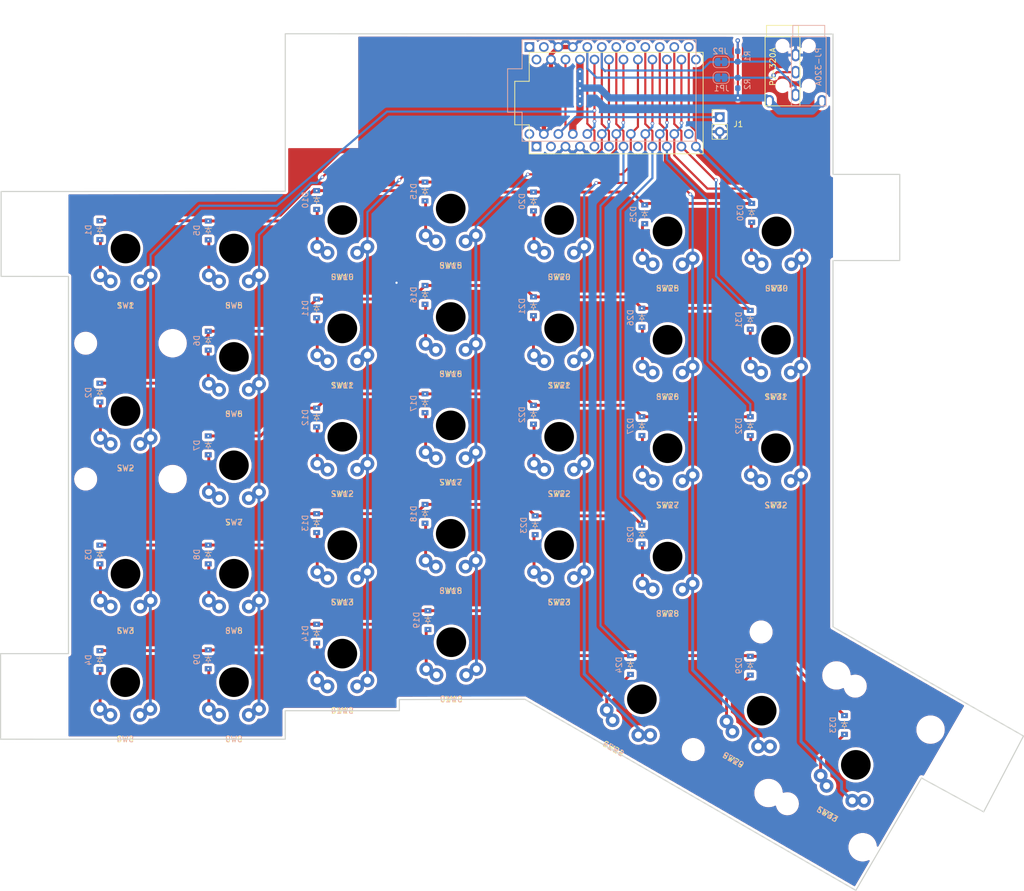
<source format=kicad_pcb>
(kicad_pcb (version 20211014) (generator pcbnew)
  (layers (0 "F.Cu" signal) (31 "B.Cu" signal) (34 "B.Paste" user) (35 "F.Paste" user) (36 "B.SilkS" user "B.Silkscreen") (37 "F.SilkS" user "F.Silkscreen") (38 "B.Mask" user) (39 "F.Mask" user) (44 "Edge.Cuts" user))
  (net 0 "")
  (net 1 "/row4")
  (net 2 "Net-(D1-Pad2)")
  (net 3 "/row3")
  (net 4 "Net-(D2-Pad2)")
  (net 5 "/row1")
  (net 6 "Net-(D3-Pad2)")
  (net 7 "/row0")
  (net 8 "Net-(D4-Pad2)")
  (net 9 "Net-(D5-Pad2)")
  (net 10 "Net-(D6-Pad2)")
  (net 11 "/row2")
  (net 12 "Net-(D7-Pad2)")
  (net 13 "Net-(D8-Pad2)")
  (net 14 "Net-(D9-Pad2)")
  (net 15 "Net-(D10-Pad2)")
  (net 16 "Net-(D11-Pad2)")
  (net 17 "Net-(D12-Pad2)")
  (net 18 "Net-(D13-Pad2)")
  (net 19 "Net-(D14-Pad2)")
  (net 20 "Net-(D15-Pad2)")
  (net 21 "Net-(D16-Pad2)")
  (net 22 "Net-(D17-Pad2)")
  (net 23 "Net-(D18-Pad2)")
  (net 24 "Net-(D19-Pad2)")
  (net 25 "Net-(D20-Pad2)")
  (net 26 "Net-(D21-Pad2)")
  (net 27 "Net-(D22-Pad2)")
  (net 28 "Net-(D23-Pad2)")
  (net 29 "Net-(D24-Pad2)")
  (net 30 "Net-(D25-Pad2)")
  (net 31 "Net-(D26-Pad2)")
  (net 32 "Net-(D27-Pad2)")
  (net 33 "Net-(D28-Pad2)")
  (net 34 "Net-(D29-Pad2)")
  (net 35 "Net-(D30-Pad2)")
  (net 36 "Net-(D31-Pad2)")
  (net 37 "Net-(D32-Pad2)")
  (net 38 "Net-(D33-Pad2)")
  (net 39 "/rst")
  (net 40 "GND")
  (net 41 "/scl{slash}serial")
  (net 42 "Net-(J2-PadR1)")
  (net 43 "/sda")
  (net 44 "Net-(J2-PadR2)")
  (net 45 "VCC")
  (net 46 "/col0")
  (net 47 "/col1")
  (net 48 "/col2")
  (net 49 "/col3")
  (net 50 "/col4")
  (net 51 "/col5")
  (net 52 "/col6")
  (footprint "local-lib:TRRS-PJ-320A-dual" (layer "F.Cu") (at 159.45 17.8875)
    (fp_text reference "J2")
    (fp_text value "AudioJack4")
  )
  (footprint "local-lib:gateron_ks27_reversible" (layer "F.Cu") (at 61 93)
    (fp_text reference "SW7")
    (fp_text value "SW_Push")
  )
  (footprint "local-lib:gateron_ks27_reversible" (layer "F.Cu") (at 42 55)
    (fp_text reference "SW1")
    (fp_text value "SW_Push")
  )
  (footprint "local-lib:gateron_ks27_reversible" (layer "F.Cu") (at 42 112)
    (fp_text reference "SW3")
    (fp_text value "SW_Push")
  )
  (footprint "local-lib:gateron_ks27_reversible" (layer "F.Cu") (at 118 69)
    (fp_text reference "SW21")
    (fp_text value "SW_Push")
  )
  (footprint "local-lib:gateron_ks27_reversible" (layer "F.Cu") (at 99 48)
    (fp_text reference "SW15")
    (fp_text value "SW_Push")
  )
  (footprint "local-lib:gateron_ks27_reversible" (layer "F.Cu") (at 80 69)
    (fp_text reference "SW11")
    (fp_text value "SW_Push")
  )
  (footprint "local-lib:gateron_ks27_reversible" (layer "F.Cu") (at 156 90)
    (fp_text reference "SW32")
    (fp_text value "SW_Push")
  )
  (footprint "local-lib:gateron_ks27_reversible_stabilizer" (layer "F.Cu") (at 153.5 136 -30)
    (fp_text reference "SW29")
    (fp_text value "SW_Push")
  )
  (footprint "local-lib:gateron_ks27_reversible" (layer "F.Cu") (at 137 52)
    (fp_text reference "SW25")
    (fp_text value "SW_Push")
  )
  (footprint "local-lib:gateron_ks27_reversible" (layer "F.Cu") (at 80 126)
    (fp_text reference "SW14")
    (fp_text value "SW_Push")
  )
  (footprint "local-lib:gateron_ks27_reversible" (layer "F.Cu") (at 132.5 134 -30)
    (fp_text reference "SW24")
    (fp_text value "SW_Push")
  )
  (footprint "MountingHole:MountingHole_4mm" (layer "F.Cu") (at 75.15 32.4)
    (fp_text reference "H6")
    (fp_text value "MountingHole")
  )
  (footprint "local-lib:gateron_ks27_reversible" (layer "F.Cu") (at 61 112)
    (fp_text reference "SW8")
    (fp_text value "SW_Push")
  )
  (footprint "local-lib:gateron_ks27_reversible_stabilizer" (layer "F.Cu") (at 170 145.5 -30)
    (fp_text reference "SW33")
    (fp_text value "SW_Push")
  )
  (footprint "local-lib:gateron_ks27_reversible" (layer "F.Cu") (at 99 67)
    (fp_text reference "SW16")
    (fp_text value "SW_Push")
  )
  (footprint "local-lib:gateron_ks27_reversible" (layer "F.Cu") (at 156 71)
    (fp_text reference "SW31")
    (fp_text value "SW_Push")
  )
  (footprint "local-lib:gateron_ks27_reversible" (layer "F.Cu") (at 61 131)
    (fp_text reference "SW9")
    (fp_text value "SW_Push")
  )
  (footprint "MountingHole:MountingHole_5.3mm_M5" (layer "F.Cu") (at 26.1 133.4)
    (fp_text reference "H3")
    (fp_text value "MountingHole")
  )
  (footprint "MountingHole:MountingHole_5.3mm_M5" (layer "F.Cu") (at 26.2 52.6)
    (fp_text reference "H1")
    (fp_text value "MountingHole")
  )
  (footprint "local-lib:gateron_ks27_reversible" (layer "F.Cu") (at 61 74)
    (fp_text reference "SW6")
    (fp_text value "SW_Push")
  )
  (footprint "local-lib:gateron_ks27_reversible" (layer "F.Cu") (at 137 90)
    (fp_text reference "SW27")
    (fp_text value "SW_Push")
  )
  (footprint "local-lib:gateron_ks27_reversible" (layer "F.Cu") (at 61 55)
    (fp_text reference "SW5")
    (fp_text value "SW_Push")
  )
  (footprint "local-lib:gateron_ks27_reversible" (layer "F.Cu") (at 137 109)
    (fp_text reference "SW28")
    (fp_text value "SW_Push")
  )
  (footprint "Connector_PinHeader_2.54mm:PinHeader_1x02_P2.54mm_Vertical" (layer "F.Cu") (at 146.15 31.975)
    (fp_text reference "J1")
    (fp_text value "Conn_01x02")
  )
  (footprint "MountingHole:MountingHole_5.3mm_M5" (layer "F.Cu") (at 171.8 49.5)
    (fp_text reference "H2")
    (fp_text value "MountingHole")
  )
  (footprint "local-lib:gateron_ks27_reversible" (layer "F.Cu") (at 41.95 131)
    (fp_text reference "SW4")
    (fp_text value "SW_Push")
  )
  (footprint "local-lib:gateron_ks27_reversible" (layer "F.Cu") (at 99.1 124)
    (fp_text reference "SW19")
    (fp_text value "SW_Push")
  )
  (footprint "local-lib:ProMicro" (layer "F.Cu") (at 128 29.5)
    (fp_text reference "U1" hide)
    (fp_text value "ProMicro")
  )
  (footprint "local-lib:gateron_ks27_reversible" (layer "F.Cu") (at 137 71)
    (fp_text reference "SW26")
    (fp_text value "SW_Push")
  )
  (footprint "local-lib:gateron_ks27_reversible" (layer "F.Cu") (at 99 86)
    (fp_text reference "SW17")
    (fp_text value "SW_Push")
  )
  (footprint "local-lib:gateron_ks27_reversible" (layer "F.Cu") (at 80 88)
    (fp_text reference "SW12")
    (fp_text value "SW_Push")
  )
  (footprint "local-lib:gateron_ks27_reversible" (layer "F.Cu") (at 118 88)
    (fp_text reference "SW22")
    (fp_text value "SW_Push")
  )
  (footprint "MountingHole:MountingHole_5.3mm_M5" (layer "F.Cu") (at 190.6 144.1)
    (fp_text reference "H4")
    (fp_text value "MountingHole")
  )
  (footprint "local-lib:gateron_ks27_reversible" (layer "F.Cu") (at 118 107)
    (fp_text reference "SW23")
    (fp_text value "SW_Push")
  )
  (footprint "local-lib:gateron_ks27_reversible" (layer "F.Cu") (at 80 50)
    (fp_text reference "SW10")
    (fp_text value "SW_Push")
  )
  (footprint "local-lib:gateron_ks27_reversible" (layer "F.Cu") (at 80 107)
    (fp_text reference "SW13")
    (fp_text value "SW_Push")
  )
  (footprint "local-lib:gateron_ks27_reversible" (layer "F.Cu") (at 118 50)
    (fp_text reference "SW20")
    (fp_text value "SW_Push")
  )
  (footprint "local-lib:gateron_ks27_reversible" (layer "F.Cu") (at 156.1 52)
    (fp_text reference "SW30")
    (fp_text value "SW_Push")
  )
  (footprint "MountingHole:MountingHole_4mm" (layer "F.Cu") (at 75.2 23.7)
    (fp_text reference "H5")
    (fp_text value "MountingHole")
  )
  (footprint "local-lib:gateron_ks27_reversible_stabilizer" (layer "F.Cu") (at 42 83.5)
    (fp_text reference "SW2")
    (fp_text value "SW_Push")
  )
  (footprint "local-lib:gateron_ks27_reversible" (layer "F.Cu") (at 99 105)
    (fp_text reference "SW18")
    (fp_text value "SW_Push")
  )
  (footprint "local-lib:D_SOD-123-reversible" (layer "B.Cu") (at 75.5 84.625 -90)
    (fp_text reference "D12")
    (fp_text value "D")
  )
  (footprint "local-lib:D_SOD-123-reversible" (layer "B.Cu") (at 56.5 127 -90)
    (fp_text reference "D9")
    (fp_text value "D")
  )
  (footprint "local-lib:D_SOD-123-reversible" (layer "B.Cu") (at 37.5 80.25 -90)
    (fp_text reference "D2")
    (fp_text value "D")
  )
  (footprint "local-lib:D_SOD-123-reversible" (layer "B.Cu") (at 113.8 103.5 -90)
    (fp_text reference "D23")
    (fp_text value "D")
  )
  (footprint "local-lib:D_SOD-123-reversible" (layer "B.Cu") (at 75.5 103.125 -90)
    (fp_text reference "D13")
    (fp_text value "D")
  )
  (footprint "local-lib:D_SOD-123-reversible" (layer "B.Cu") (at 133 49 -90)
    (fp_text reference "D25")
    (fp_text value "D")
  )
  (footprint "local-lib:D_SOD-123-reversible" (layer "B.Cu") (at 151.5 86.125 -90)
    (fp_text reference "D32")
    (fp_text value "D")
  )
  (footprint "Jumper:SolderJumper-2_P1.3mm_Bridged_RoundedPad1.0x1.5mm" (layer "B.Cu") (at 146.4 22.3)
    (fp_text reference "JP1")
    (fp_text value "Jumper_2_Bridged")
  )
  (footprint "Resistor_SMD:R_0603_1608Metric_Pad0.98x0.95mm_HandSolder" (layer "B.Cu") (at 149.325 25.975 90)
    (fp_text reference "R2")
    (fp_text value "R")
  )
  (footprint "local-lib:D_SOD-123-reversible" (layer "B.Cu") (at 94.5 63.125 -90)
    (fp_text reference "D16")
    (fp_text value "D")
  )
  (footprint "local-lib:ProMicro" (layer "B.Cu") (at 126.75 27.3)
    (fp_text reference "U2" hide)
    (fp_text value "ProMicro")
  )
  (footprint "local-lib:D_SOD-123-reversible" (layer "B.Cu") (at 94.5 82.125 -90)
    (fp_text reference "D17")
    (fp_text value "D")
  )
  (footprint "local-lib:D_SOD-123-reversible" (layer "B.Cu") (at 130.5 128 -90)
    (fp_text reference "D24")
    (fp_text value "D")
  )
  (footprint "local-lib:D_SOD-123-reversible" (layer "B.Cu") (at 132.5 86.125 -90)
    (fp_text reference "D27")
    (fp_text value "D")
  )
  (footprint "local-lib:D_SOD-123-reversible" (layer "B.Cu") (at 94.5 45 -90)
    (fp_text reference "D15")
    (fp_text value "D")
  )
  (footprint "Jumper:SolderJumper-2_P1.3mm_Bridged_RoundedPad1.0x1.5mm" (layer "B.Cu") (at 146.4 25.05)
    (fp_text reference "JP2")
    (fp_text value "Jumper_2_Bridged")
  )
  (footprint "local-lib:D_SOD-123-reversible" (layer "B.Cu") (at 95 120.125 -90)
    (fp_text reference "D19")
    (fp_text value "D")
  )
  (footprint "local-lib:D_SOD-123-reversible" (layer "B.Cu") (at 113.5 84.125 -90)
    (fp_text reference "D22")
    (fp_text value "D")
  )
  (footprint "local-lib:D_SOD-123-reversible" (layer "B.Cu") (at 151.75 48.75 -90)
    (fp_text reference "D30")
    (fp_text value "D")
  )
  (footprint "Resistor_SMD:R_0603_1608Metric_Pad0.98x0.95mm_HandSolder" (layer "B.Cu") (at 149.3 21.325 -90)
    (fp_text reference "R1")
    (fp_text value "R")
  )
  (footprint "local-lib:D_SOD-123-reversible" (layer "B.Cu") (at 151.5 128.125 -90)
    (fp_text reference "D29")
    (fp_text value "D")
  )
  (footprint "local-lib:D_SOD-123-reversible" (layer "B.Cu") (at 168 138.5 -90)
    (fp_text reference "D33")
    (fp_text value "D")
  )
  (footprint "local-lib:D_SOD-123-reversible" (layer "B.Cu") (at 151.5 67.5 -90)
    (fp_text reference "D31")
    (fp_text value "D")
  )
  (footprint "local-lib:D_SOD-123-reversible" (layer "B.Cu") (at 75.5 65.5 -90)
    (fp_text reference "D11")
    (fp_text value "D")
  )
  (footprint "local-lib:D_SOD-123-reversible" (layer "B.Cu") (at 56.5 51.825 -90)
    (fp_text reference "D5")
    (fp_text value "D")
  )
  (footprint "local-lib:D_SOD-123-reversible" (layer "B.Cu") (at 75.5 122.5 -90)
    (fp_text reference "D14")
    (fp_text value "D")
  )
  (footprint "local-lib:D_SOD-123-reversible" (layer "B.Cu") (at 75.5 46.5 -90)
    (fp_text reference "D10")
    (fp_text value "D")
  )
  (footprint "local-lib:D_SOD-123-reversible" (layer "B.Cu") (at 94.5 101.5 -90)
    (fp_text reference "D18")
    (fp_text value "D")
  )
  (footprint "local-lib:D_SOD-123-reversible" (layer "B.Cu") (at 37.5 108.625 -90)
    (fp_text reference "D3")
    (fp_text value "D")
  )
  (footprint "local-lib:D_SOD-123-reversible" (layer "B.Cu") (at 37.5 51.775 -90)
    (fp_text reference "D1")
    (fp_text value "D")
  )
  (footprint "local-lib:D_SOD-123-reversible" (layer "B.Cu") (at 132.5 105.125 -90)
    (fp_text reference "D28")
    (fp_text value "D")
  )
  (footprint "local-lib:D_SOD-123-reversible" (layer "B.Cu") (at 132.5 67.125 -90)
    (fp_text reference "D26")
    (fp_text value "D")
  )
  (footprint "local-lib:D_SOD-123-reversible" (layer "B.Cu") (at 113.5 46.75 -90)
    (fp_text reference "D20")
    (fp_text value "D")
  )
  (footprint "local-lib:D_SOD-123-reversible" (layer "B.Cu") (at 37.5 127.125 -90)
    (fp_text reference "D4")
    (fp_text value "D")
  )
  (footprint "local-lib:D_SOD-123-reversible" (layer "B.Cu") (at 113.5 65.125 -90)
    (fp_text reference "D21")
    (fp_text value "D")
  )
  (footprint "local-lib:D_SOD-123-reversible" (layer "B.Cu") (at 56.5 108.625 -90)
    (fp_text reference "D8")
    (fp_text value "D")
  )
  (footprint "local-lib:D_SOD-123-reversible" (layer "B.Cu") (at 56.5 71.15 -90)
    (fp_text reference "D6")
    (fp_text value "D")
  )
  (footprint "local-lib:D_SOD-123-reversible" (layer "B.Cu") (at 56.5 89.5 -90)
    (fp_text reference "D7")
    (fp_text value "D")
  )
  (gr_poly (pts (xy 165.999995 17.404881) (xy 165.999995 42.004881) (xy 177.699995 42.004881) (xy 177.699995 57.104881) (xy 165.999995 57.104881) (xy 165.999995 121.304881) (xy 188.099995 134.004881) (xy 199.389019 140.441487) (xy 192.406183 153.74392) (xy 181.517164 147.802433) (xy 170 167.5) (xy 111.999995 134.004881) (xy 89.999995 134.054881) (xy 89.999995 136.004881) (xy 69.999995 136.004881) (xy 69.999995 141.004881) (xy 31.999995 141.004881) (xy 20.1 141) (xy 20.1 126) (xy 32.00015 126) (xy 31.999888 59.892283) (xy 20.199804 59.88138) (xy 20.199911 45.004717) (xy 31.999995 45.004881) (xy 69.999995 44.954881) (xy 69.999995 17.354881)) (layer "Edge.Cuts") (width 0.2) (fill none))
  (segment (start 101.6 43.35) (end 94.5 43.35) (width 0.508) (layer "F.Cu") (net 1))
  (segment (start 140.72 33.165668) (end 141.97 34.415668) (width 0.381) (layer "F.Cu") (net 1))
  (segment (start 133.25 47.1) (end 133 47.35) (width 0.508) (layer "F.Cu") (net 1))
  (segment (start 140.72 19.68) (end 140.72 33.165668) (width 0.381) (layer "F.Cu") (net 1))
  (segment (start 113.5 45.1) (end 103.35 45.1) (width 0.508) (layer "F.Cu") (net 1))
  (segment (start 141.97 34.415668) (end 141.97 37.12) (width 0.381) (layer "F.Cu") (net 1))
  (segment (start 91.9 44.85) (end 93.4 43.35) (width 0.508) (layer "F.Cu") (net 1))
  (segment (start 130.75 45.1) (end 133 47.35) (width 0.508) (layer "F.Cu") (net 1))
  (segment (start 37.5 50.125) (end 56.45 50.125) (width 0.508) (layer "F.Cu") (net 1))
  (segment (start 69.575 50.175) (end 56.5 50.175) (width 0.508) (layer "F.Cu") (net 1))
  (segment (start 74.9 44.85) (end 69.575 50.175) (width 0.508) (layer "F.Cu") (net 1))
  (segment (start 151.75 47.1) (end 133.25 47.1) (width 0.508) (layer "F.Cu") (net 1))
  (segment (start 103.35 45.1) (end 101.6 43.35) (width 0.508) (layer "F.Cu") (net 1))
  (segment (start 56.45 50.125) (end 56.5 50.175) (width 0.508) (layer "F.Cu") (net 1))
  (segment (start 75.5 44.85) (end 74.9 44.85) (width 0.508) (layer "F.Cu") (net 1))
  (segment (start 113.5 45.1) (end 130.75 45.1) (width 0.508) (layer "F.Cu") (net 1))
  (segment (start 93.4 43.35) (end 94.5 43.35) (width 0.508) (layer "F.Cu") (net 1))
  (segment (start 75.5 44.85) (end 91.9 44.85) (width 0.508) (layer "F.Cu") (net 1))
  (segment (start 151.5 46.65) (end 151.5 47) (width 0.508) (layer "B.Cu") (net 1))
  (segment (start 141.97 37.12) (end 151.5 46.65) (width 0.508) (layer "B.Cu") (net 1))
  (segment (start 37.6 59.7) (end 37.6 53.525) (width 0.508) (layer "F.Cu") (net 2))
  (segment (start 37.6 53.525) (end 37.5 53.425) (width 0.508) (layer "F.Cu") (net 2))
  (segment (start 145.31 43) (end 145.5 43) (width 0.381) (layer "F.Cu") (net 3))
  (segment (start 138.18 33.165668) (end 139.43 34.415668) (width 0.381) (layer "F.Cu") (net 3))
  (segment (start 139.43 37.12) (end 145.31 43) (width 0.381) (layer "F.Cu") (net 3))
  (segment (start 130.5 63.475) (end 132.5 65.475) (width 0.508) (layer "F.Cu") (net 3))
  (segment (start 37.5 78.6) (end 48.15 78.6) (width 0.508) (layer "F.Cu") (net 3))
  (segment (start 94.5 61.475) (end 111.5 61.475) (width 0.508) (layer "F.Cu") (net 3))
  (segment (start 139.43 34.415668) (end 139.43 37.12) (width 0.381) (layer "F.Cu") (net 3))
  (segment (start 113.5 63.475) (end 130.5 63.475) (width 0.508) (layer "F.Cu") (net 3))
  (segment (start 75.5 63.85) (end 92.125 63.85) (width 0.508) (layer "F.Cu") (net 3))
  (segment (start 151.125 65.475) (end 151.5 65.85) (width 0.508) (layer "F.Cu") (net 3))
  (segment (start 138.18 19.68) (end 138.18 33.165668) (width 0.381) (layer "F.Cu") (net 3))
  (segment (start 132.5 65.475) (end 151.125 65.475) (width 0.508) (layer "F.Cu") (net 3))
  (segment (start 56.5 69.5) (end 69.85 69.5) (width 0.508) (layer "F.Cu") (net 3))
  (segment (start 92.125 63.85) (end 94.5 61.475) (width 0.508) (layer "F.Cu") (net 3))
  (segment (start 111.5 61.475) (end 113.5 63.475) (width 0.508) (layer "F.Cu") (net 3))
  (segment (start 56.5 70.25) (end 56.5 69.5) (width 0.508) (layer "F.Cu") (net 3))
  (segment (start 48.15 78.6) (end 56.5 70.25) (width 0.508) (layer "F.Cu") (net 3))
  (segment (start 69.85 69.5) (end 75.5 63.85) (width 0.508) (layer "F.Cu") (net 3))
  (via (at 145.5 43) (size 0.6) (drill 0.4) (layers "F.Cu" "B.Cu") (net 3))
  (segment (start 145.5 59.85) (end 151.5 65.85) (width 0.381) (layer "B.Cu") (net 3))
  (segment (start 145.5 43) (end 145.5 59.85) (width 0.381) (layer "B.Cu") (net 3))
  (segment (start 37.6 88.2) (end 37.6 82) (width 0.508) (layer "F.Cu") (net 4))
  (segment (start 37.6 82) (end 37.5 81.9) (width 0.508) (layer "F.Cu") (net 4))
  (segment (start 94.5 99.85) (end 111.8 99.85) (width 0.508) (layer "F.Cu") (net 5))
  (segment (start 133.1 19.68) (end 133.1 33.165668) (width 0.381) (layer "F.Cu") (net 5))
  (segment (start 130.875 101.85) (end 132.5 103.475) (width 0.508) (layer "F.Cu") (net 5))
  (segment (start 134.35 34.415668) (end 134.35 37.12) (width 0.381) (layer "F.Cu") (net 5))
  (segment (start 73.025 101.475) (end 75.5 101.475) (width 0.508) (layer "F.Cu") (net 5))
  (segment (start 92.875 101.475) (end 94.5 99.85) (width 0.508) (layer "F.Cu") (net 5))
  (segment (start 37.5 106.975) (end 56.5 106.975) (width 0.508) (layer "F.Cu") (net 5))
  (segment (start 56.5 106.975) (end 67.525 106.975) (width 0.508) (layer "F.Cu") (net 5))
  (segment (start 111.8 99.85) (end 113.8 101.85) (width 0.508) (layer "F.Cu") (net 5))
  (segment (start 75.5 101.475) (end 92.875 101.475) (width 0.508) (layer "F.Cu") (net 5))
  (segment (start 133.1 33.165668) (end 134.35 34.415668) (width 0.381) (layer "F.Cu") (net 5))
  (segment (start 67.525 106.975) (end 73.025 101.475) (width 0.508) (layer "F.Cu") (net 5))
  (segment (start 113.8 101.85) (end 130.875 101.85) (width 0.508) (layer "F.Cu") (net 5))
  (segment (start 134.35 42.65) (end 128.75 48.25) (width 0.381) (layer "B.Cu") (net 5))
  (segment (start 128.75 48.25) (end 128.75 98.5) (width 0.381) (layer "B.Cu") (net 5))
  (segment (start 134.35 37.12) (end 134.35 42.65) (width 0.381) (layer "B.Cu") (net 5))
  (segment (start 128.75 98.5) (end 132.5 102.25) (width 0.381) (layer "B.Cu") (net 5))
  (segment (start 132.5 102.25) (end 132.5 103.475) (width 0.381) (layer "B.Cu") (net 5))
  (segment (start 37.5 110.275) (end 37.6 110.375) (width 0.508) (layer "F.Cu") (net 6))
  (segment (start 37.6 110.375) (end 37.6 116.7) (width 0.508) (layer "F.Cu") (net 6))
  (segment (start 95 118.475) (end 107.975 118.475) (width 0.508) (layer "F.Cu") (net 7))
  (segment (start 75.5 120.85) (end 91.15 120.85) (width 0.508) (layer "F.Cu") (net 7))
  (segment (start 151.5 126.475) (end 157.625 126.475) (width 0.508) (layer "F.Cu") (net 7))
  (segment (start 68.4 125.35) (end 73 120.75) (width 0.508) (layer "F.Cu") (net 7))
  (segment (start 93.525 118.475) (end 95 118.475) (width 0.508) (layer "F.Cu") (net 7))
  (segment (start 56.375 125.475) (end 56.5 125.35) (width 0.508) (layer "F.Cu") (net 7))
  (segment (start 129.27 34.415668) (end 129.27 37.12) (width 0.381) (layer "F.Cu") (net 7))
  (segment (start 115.85 126.35) (end 130.5 126.35) (width 0.508) (layer "F.Cu") (net 7))
  (segment (start 128.02 33.165668) (end 129.27 34.415668) (width 0.381) (layer "F.Cu") (net 7))
  (segment (start 151.375 126.35) (end 151.5 126.475) (width 0.508) (layer "F.Cu") (net 7))
  (segment (start 56.5 125.35) (end 68.4 125.35) (width 0.508) (layer "F.Cu") (net 7))
  (segment (start 128.02 19.68) (end 128.02 33.165668) (width 0.381) (layer "F.Cu") (net 7))
  (segment (start 73 120.75) (end 73.1 120.85) (width 0.508) (layer "F.Cu") (net 7))
  (segment (start 107.975 118.475) (end 115.85 126.35) (width 0.508) (layer "F.Cu") (net 7))
  (segment (start 130.5 126.35) (end 151.375 126.35) (width 0.508) (layer "F.Cu") (net 7))
  (segment (start 91.15 120.85) (end 93.525 118.475) (width 0.508) (layer "F.Cu") (net 7))
  (segment (start 73.1 120.85) (end 75.5 120.85) (width 0.508) (layer "F.Cu") (net 7))
  (segment (start 37.5 125.475) (end 56.375 125.475) (width 0.508) (layer "F.Cu") (net 7))
  (segment (start 157.625 126.475) (end 168 136.85) (width 0.508) (layer "F.Cu") (net 7))
  (segment (start 125.25 121.1) (end 130.5 126.35) (width 0.381) (layer "B.Cu") (net 7))
  (segment (start 125.25 47.5) (end 125.25 121.1) (width 0.381) (layer "B.Cu") (net 7))
  (segment (start 129.27 43.48) (end 125.25 47.5) (width 0.381) (layer "B.Cu") (net 7))
  (segment (start 129.27 37.12) (end 129.27 43.48) (width 0.381) (layer "B.Cu") (net 7))
  (segment (start 37.55 128.825) (end 37.5 128.775) (width 0.508) (layer "F.Cu") (net 8))
  (segment (start 37.55 135.7) (end 37.55 128.825) (width 0.508) (layer "F.Cu") (net 8))
  (segment (start 56.6 53.575) (end 56.6 59.7) (width 0.508) (layer "F.Cu") (net 9))
  (segment (start 56.5 53.475) (end 56.6 53.575) (width 0.508) (layer "F.Cu") (net 9))
  (segment (start 56.5 78.6) (end 56.6 78.7) (width 0.508) (layer "F.Cu") (net 10))
  (segment (start 56.5 72.8) (end 56.5 78.6) (width 0.508) (layer "F.Cu") (net 10))
  (segment (start 136.89 34.356668) (end 136.89 37.12) (width 0.381) (layer "F.Cu") (net 11))
  (segment (start 135.64 33.106668) (end 136.89 34.356668) (width 0.381) (layer "F.Cu") (net 11))
  (segment (start 151.5 84.475) (end 132.5 84.475) (width 0.508) (layer "F.Cu") (net 11))
  (segment (start 65.65 87.85) (end 70.525 82.975) (width 0.508) (layer "F.Cu") (net 11))
  (segment (start 111.5 80.475) (end 113.5 82.475) (width 0.508) (layer "F.Cu") (net 11))
  (segment (start 94.5 80.475) (end 78 80.475) (width 0.508) (layer "F.Cu") (net 11))
  (segment (start 130.5 82.475) (end 132.5 84.475) (width 0.508) (layer "F.Cu") (net 11))
  (segment (start 94.5 80.475) (end 111.5 80.475) (width 0.508) (layer "F.Cu") (net 11))
  (segment (start 70.525 82.975) (end 75.5 82.975) (width 0.508) (layer "F.Cu") (net 11))
  (segment (start 56.5 87.85) (end 65.65 87.85) (width 0.508) (layer "F.Cu") (net 11))
  (segment (start 135.64 19.68) (end 135.64 33.106668) (width 0.381) (layer "F.Cu") (net 11))
  (segment (start 78 80.475) (end 75.5 82.975) (width 0.508) (layer "F.Cu") (net 11))
  (segment (start 113.5 82.475) (end 130.5 82.475) (width 0.508) (layer "F.Cu") (net 11))
  (segment (start 144 74.75) (end 151.5 82.25) (width 0.381) (layer "B.Cu") (net 11))
  (segment (start 144 46.5) (end 144 74.75) (width 0.381) (layer "B.Cu") (net 11))
  (segment (start 136.89 37.12) (end 136.89 39.39) (width 0.381) (layer "B.Cu") (net 11))
  (segment (start 136.89 39.39) (end 144 46.5) (width 0.381) (layer "B.Cu") (net 11))
  (segment (start 151.5 82.25) (end 151.5 84.475) (width 0.381) (layer "B.Cu") (net 11))
  (segment (start 56.6 91.25) (end 56.6 97.7) (width 0.508) (layer "F.Cu") (net 12))
  (segment (start 56.5 91.15) (end 56.6 91.25) (width 0.508) (layer "F.Cu") (net 12))
  (segment (start 56.6 110.375) (end 56.6 116.7) (width 0.508) (layer "F.Cu") (net 13))
  (segment (start 56.5 110.275) (end 56.6 110.375) (width 0.508) (layer "F.Cu") (net 13))
  (segment (start 56.5 128.65) (end 56.6 128.75) (width 0.508) (layer "F.Cu") (net 14))
  (segment (start 56.6 128.75) (end 56.6 135.7) (width 0.508) (layer "F.Cu") (net 14))
  (segment (start 75.6 48.25) (end 75.6 54.7) (width 0.508) (layer "F.Cu") (net 15))
  (segment (start 75.5 48.15) (end 75.6 48.25) (width 0.508) (layer "F.Cu") (net 15))
  (segment (start 75.5 67.15) (end 75.6 67.25) (width 0.508) (layer "F.Cu") (net 16))
  (segment (start 75.6 67.25) (end 75.6 73.7) (width 0.508) (layer "F.Cu") (net 16))
  (segment (start 75.6 86.375) (end 75.6 92.7) (width 0.508) (layer "F.Cu") (net 17))
  (segment (start 75.5 86.275) (end 75.6 86.375) (width 0.508) (layer "F.Cu") (net 17))
  (segment (start 75.6 104.875) (end 75.6 111.7) (width 0.508) (layer "F.Cu") (net 18))
  (segment (start 75.5 104.775) (end 75.6 104.875) (width 0.508) (layer "F.Cu") (net 18))
  (segment (start 75.5 124.15) (end 75.6 124.25) (width 0.508) (layer "F.Cu") (net 19))
  (segment (start 75.6 124.25) (end 75.6 130.7) (width 0.508) (layer "F.Cu") (net 19))
  (segment (start 94.6 46.75) (end 94.6 52.7) (width 0.508) (layer "F.Cu") (net 20))
  (segment (start 94.5 46.65) (end 94.6 46.75) (width 0.508) (layer "F.Cu") (net 20))
  (segment (start 94.5 64.775) (end 94.6 64.875) (width 0.508) (layer "F.Cu") (net 21))
  (segment (start 94.6 64.875) (end 94.6 71.7) (width 0.508) (layer "F.Cu") (net 21))
  (segment (start 94.6 83.875) (end 94.6 90.7) (width 0.508) (layer "F.Cu") (net 22))
  (segment (start 94.5 83.775) (end 94.6 83.875) (width 0.508) (layer "F.Cu") (net 22))
  (segment (start 94.5 103.15) (end 94.6 103.25) (width 0.508) (layer "F.Cu") (net 23))
  (segment (start 94.6 103.25) (end 94.6 109.7) (width 0.508) (layer "F.Cu") (net 23))
  (segment (start 95 121.775) (end 94.7 122.075) (width 0.508) (layer "F.Cu") (net 24))
  (segment (start 94.7 122.075) (end 94.7 128.7) (width 0.508) (layer "F.Cu") (net 24))
  (segment (start 113.6 48.5) (end 113.6 54.7) (width 0.508) (layer "F.Cu") (net 25))
  (segment (start 113.5 48.4) (end 113.6 48.5) (width 0.508) (layer "F.Cu") (net 25))
  (segment (start 113.5 66.775) (end 113.5 73.6) (width 0.508) (layer "F.Cu") (net 26))
  (segment (start 113.5 73.6) (end 113.6 73.7) (width 0.508) (layer "F.Cu") (net 26))
  (segment (start 113.6 85.875) (end 113.6 92.7) (width 0.508) (layer "F.Cu") (net 27))
  (segment (start 113.5 85.775) (end 113.6 85.875) (width 0.508) (layer "F.Cu") (net 27))
  (segment (start 113.6 105.35) (end 113.6 111.7) (width 0.508) (layer "F.Cu") (net 28))
  (segment (start 113.8 105.15) (end 113.6 105.35) (width 0.508) (layer "F.Cu") (net 28))
  (segment (start 126.339488 133.810512) (end 130.5 129.65) (width 0.508) (layer "F.Cu") (net 29))
  (segment (start 126.339488 135.870319) (end 126.339488 133.810512) (width 0.508) (layer "F.Cu") (net 29))
  (segment (start 133 50.65) (end 132.6 51.05) (width 0.508) (layer "F.Cu") (net 30))
  (segment (start 132.6 51.05) (end 132.6 56.7) (width 0.508) (layer "F.Cu") (net 30))
  (segment (start 132.5 68.775) (end 132.6 68.875) (width 0.508) (layer "F.Cu") (net 31))
  (segment (start 132.6 68.875) (end 132.6 75.7) (width 0.508) (layer "F.Cu") (net 31))
  (segment (start 132.6 87.875) (end 132.6 94.7) (width 0.508) (layer "F.Cu") (net 32))
  (segment (start 132.5 87.775) (end 132.6 87.875) (width 0.508) (layer "F.Cu") (net 32))
  (segment (start 132.6 106.875) (end 132.6 113.7) (width 0.508) (layer "F.Cu") (net 33))
  (segment (start 132.5 106.775) (end 132.6 106.875) (width 0.508) (layer "F.Cu") (net 33))
  (segment (start 147.339488 133.935512) (end 151.5 129.775) (width 0.508) (layer "F.Cu") (net 34))
  (segment (start 147.339488 137.870319) (end 147.339488 133.935512) (width 0.508) (layer "F.Cu") (net 34))
  (segment (start 151.7 50.45) (end 151.7 56.7) (width 0.508) (layer "F.Cu") (net 35))
  (segment (start 151.75 50.4) (end 151.7 50.45) (width 0.508) (layer "F.Cu") (net 35))
  (segment (start 151.5 69.15) (end 151.5 75.6) (width 0.508) (layer "F.Cu") (net 36))
  (segment (start 151.5 75.6) (end 151.6 75.7) (width 0.508) (layer "F.Cu") (net 36))
  (segment (start 151.5 87.775) (end 151.6 87.875) (width 0.508) (layer "F.Cu") (net 37))
  (segment (start 151.6 87.875) (end 151.6 94.7) (width 0.508) (layer "F.Cu") (net 37))
  (segment (start 163.839488 144.310512) (end 168 140.15) (width 0.508) (layer "F.Cu") (net 38))
  (segment (start 163.839488 147.370319) (end 163.839488 144.310512) (width 0.508) (layer "F.Cu") (net 38))
  (segment (start 119.11 21.88) (end 119.11 33.67) (width 0.381) (layer "F.Cu") (net 39))
  (segment (start 119.11 33.67) (end 117.86 34.92) (width 0.381) (layer "F.Cu") (net 39))
  (segment (start 146.15 31.975) (end 120.805 31.975) (width 0.381) (layer "B.Cu") (net 39))
  (segment (start 120.805 31.975) (end 117.86 34.92) (width 0.381) (layer "B.Cu") (net 39))
  (segment (start 116.57 21.88) (end 116.57 32.33) (width 0.762) (layer "F.Cu") (net 40))
  (segment (start 116.57 32.33) (end 115.32 33.58) (width 0.762) (layer "F.Cu") (net 40))
  (segment (start 115.32 33.58) (end 115.32 34.92) (width 0.762) (layer "F.Cu") (net 40))
  (segment (start 120.4 19.68) (end 117.86 19.68) (width 0.762) (layer "F.Cu") (net 40))
  (segment (start 116.57 21.88) (end 116.57 20.97) (width 0.762) (layer "F.Cu") (net 40))
  (segment (start 116.57 20.97) (end 117.86 19.68) (width 0.762) (layer "F.Cu") (net 40))
  (via (at 89.5 61) (size 0.8) (drill 0.4) (layers "F.Cu" "B.Cu") (net 40))
  (segment (start 125.48 33.165668) (end 126.73 34.415668) (width 0.381) (layer "F.Cu") (net 41))
  (segment (start 126.73 34.415668) (end 126.73 37.12) (width 0.381) (layer "F.Cu") (net 41))
  (segment (start 125.48 19.68) (end 125.48 33.165668) (width 0.381) (layer "F.Cu") (net 41))
  (segment (start 126.15 23.8) (end 126.05 23.9) (width 0.381) (layer "B.Cu") (net 41))
  (segment (start 144.45 22.3) (end 142.95 23.8) (width 0.381) (layer "B.Cu") (net 41))
  (segment (start 126.05 23.9) (end 125.48 23.33) (width 0.381) (layer "B.Cu") (net 41))
  (segment (start 125.48 23.33) (end 125.48 19.68) (width 0.381) (layer "B.Cu") (net 41))
  (segment (start 145.75 22.3) (end 144.45 22.3) (width 0.381) (layer "B.Cu") (net 41))
  (segment (start 142.95 23.8) (end 126.15 23.8) (width 0.381) (layer "B.Cu") (net 41))
  (segment (start 155.0375 22.2375) (end 159.45 26.65) (width 0.381) (layer "B.Cu") (net 42))
  (segment (start 147.05 22.3) (end 149.2375 22.3) (width 0.381) (layer "B.Cu") (net 42))
  (segment (start 149.2375 22.3) (end 149.3 22.2375) (width 0.381) (layer "B.Cu") (net 42))
  (segment (start 149.3 22.2375) (end 155.0375 22.2375) (width 0.381) (layer "B.Cu") (net 42))
  (segment (start 159.45 26.65) (end 159.45 28.0875) (width 0.381) (layer "B.Cu") (net 42))
  (segment (start 124.19 34.356668) (end 124.19 37.12) (width 0.381) (layer "F.Cu") (net 43))
  (segment (start 122.94 33.106668) (end 124.19 34.356668) (width 0.381) (layer "F.Cu") (net 43))
  (segment (start 122.94 19.68) (end 122.94 33.106668) (width 0.381) (layer "F.Cu") (net 43))
  (segment (start 124.55 25.05) (end 122.925 23.425) (width 0.381) (layer "B.Cu") (net 43))
  (segment (start 145.75 25.05) (end 124.55 25.05) (width 0.381) (layer "B.Cu") (net 43))
  (segment (start 122.925 23.425) (end 122.94 23.41) (width 0.381) (layer "B.Cu") (net 43))
  (segment (start 122.94 23.41) (end 122.94 19.68) (width 0.381) (layer "B.Cu") (net 43))
  (segment (start 156.1625 24.0875) (end 159.45 24.0875) (width 0.381) (layer "F.Cu") (net 44))
  (segment (start 155.6 24.65) (end 156.1625 24.0875) (width 0.381) (layer "F.Cu") (net 44))
  (via (at 155.6 24.65) (size 0.8) (drill 0.4) (layers "F.Cu" "B.Cu") (net 44))
  (segment (start 149.325 25.0625) (end 155.1875 25.0625) (width 0.381) (layer "B.Cu") (net 44))
  (segment (start 147.05 25.05) (end 149.3125 25.05) (width 0.381) (layer "B.Cu") (net 44))
  (segment (start 155.1875 25.0625) (end 155.6 24.65) (width 0.381) (layer "B.Cu") (net 44))
  (segment (start 149.3125 25.05) (end 149.325 25.0625) (width 0.381) (layer "B.Cu") (net 44))
  (segment (start 120.4 34.92) (end 120.4 33.1) (width 1.27) (layer "F.Cu") (net 45))
  (segment (start 121.65 23.95) (end 121.65 21.88) (width 1.27) (layer "F.Cu") (net 45))
  (segment (start 121.65 25.65) (end 121.65 23.95) (width 1.27) (layer "F.Cu") (net 45))
  (segment (start 121.65 26.925) (end 121.65 25.65) (width 1.27) (layer "F.Cu") (net 45))
  (segment (start 149.325 18.575) (end 149.3 18.55) (width 0.381) (layer "F.Cu") (net 45))
  (segment (start 121.65 28.3) (end 121.65 26.925) (width 1.27) (layer "F.Cu") (net 45))
  (segment (start 149.325 28.6) (end 149.325 18.575) (width 0.381) (layer "F.Cu") (net 45))
  (segment (start 120.4 33.1) (end 121.65 31.85) (width 1.27) (layer "F.Cu") (net 45))
  (segment (start 121.65 29.65) (end 121.65 28.3) (width 1.27) (layer "F.Cu") (net 45))
  (segment (start 121.65 31.85) (end 121.65 29.65) (width 1.27) (layer "F.Cu") (net 45))
  (via (at 121.65 29.65) (size 0.6) (drill 0.4) (layers "F.Cu" "B.Cu") (net 45))
  (via (at 121.65 23.95) (size 0.6) (drill 0.4) (layers "F.Cu" "B.Cu") (net 45))
  (via (at 121.65 28.3) (size 0.6) (drill 0.4) (layers "F.Cu" "B.Cu") (net 45))
  (via (at 121.65 26.925) (size 0.6) (drill 0.4) (layers "F.Cu" "B.Cu") (net 45))
  (via (at 149.325 28.6) (size 0.6) (drill 0.4) (layers "F.Cu" "B.Cu") (net 45))
  (via (at 121.65 25.65) (size 0.6) (drill 0.4) (layers "F.Cu" "B.Cu") (net 45))
  (via (at 149.3 18.55) (size 0.8) (drill 0.4) (layers "F.Cu" "B.Cu") (net 45))
  (segment (start 149.325 28.6) (end 154.2625 28.6) (width 1.27) (layer "B.Cu") (net 45))
  (segment (start 121.65 28.3) (end 121.65 29.65) (width 1.27) (layer "B.Cu") (net 45))
  (segment (start 125.075 26.875) (end 126.8 28.6) (width 1.27) (layer "B.Cu") (net 45))
  (segment (start 121.65 26.925) (end 121.7 26.875) (width 1.27) (layer "B.Cu") (net 45))
  (segment (start 121.65 26.925) (end 121.65 25.65) (width 1.27) (layer "B.Cu") (net 45))
  (segment (start 126.8 28.6) (end 149.325 28.6) (width 1.27) (layer "B.Cu") (net 45))
  (segment (start 154.8875 29.1875) (end 156.6 30.9) (width 1.27) (layer "B.Cu") (net 45))
  (segment (start 162.3375 30.9) (end 164.05 29.1875) (width 1.27) (layer "B.Cu") (net 45))
  (segment (start 121.65 26.925) (end 121.65 28.3) (width 1.27) (layer "B.Cu") (net 45))
  (segment (start 121.65 25.65) (end 121.65 23.95) (width 1.27) (layer "B.Cu") (net 45))
  (segment (start 149.3 18.55) (end 149.3 20.4125) (width 0.381) (layer "B.Cu") (net 45))
  (segment (start 154.2625 28.6) (end 154.85 29.1875) (width 1.27) (layer "B.Cu") (net 45))
  (segment (start 154.85 29.1875) (end 154.8875 29.1875) (width 1.27) (layer "B.Cu") (net 45))
  (segment (start 149.325 26.8875) (end 149.325 28.6) (width 0.381) (layer "B.Cu") (net 45))
  (segment (start 121.7 26.875) (end 125.075 26.875) (width 1.27) (layer "B.Cu") (net 45))
  (segment (start 156.6 30.9) (end 162.3375 30.9) (width 1.27) (layer "B.Cu") (net 45))
  (segment (start 124.19 21.88) (end 124.19 30.81) (width 0.381) (layer "F.Cu") (net 46))
  (segment (start 124.19 32.69) (end 124.2 32.7) (width 0.381) (layer "F.Cu") (net 46))
  (segment (start 124.19 30.81) (end 124.19 32.69) (width 0.381) (layer "F.Cu") (net 46))
  (via (at 124.19 30.81) (size 0.6) (drill 0.4) (layers "F.Cu" "B.Cu") (net 46))
  (via (at 124.2 32.7) (size 0.6) (drill 0.4) (layers "F.Cu" "B.Cu") (net 46))
  (segment (start 46.4 56.1) (end 55 47.5) (width 0.381) (layer "B.Cu") (net 46))
  (segment (start 46.4 59.7) (end 46.4 56.1) (width 0.381) (layer "B.Cu") (net 46))
  (segment (start 124 31) (end 124.19 30.81) (width 0.381) (layer "B.Cu") (net 46))
  (segment (start 46.35 116.75) (end 46.4 116.7) (width 0.508) (layer "B.Cu") (net 46))
  (segment (start 68.5 47.5) (end 87.836874 31) (width 0.381) (layer "B.Cu") (net 46))
  (segment (start 46.35 135.7) (end 46.35 116.75) (width 0.508) (layer "B.Cu") (net 46))
  (segment (start 46.4 88.2) (end 46.4 59.7) (width 0.508) (layer "B.Cu") (net 46))
  (segment (start 124.2 33.66) (end 122.94 34.92) (width 0.381) (layer "B.Cu") (net 46))
  (segment (start 46.4 116.7) (end 46.4 88.2) (width 0.508) (layer "B.Cu") (net 46))
  (segment (start 55 47.5) (end 68.5 47.5) (width 0.381) (layer "B.Cu") (net 46))
  (segment (start 87.836874 31) (end 124 31) (width 0.381) (layer "B.Cu") (net 46))
  (segment (start 124.2 32.7) (end 124.2 33.66) (width 0.381) (layer "B.Cu") (net 46))
  (segment (start 80 39) (end 124.064332 39) (width 0.381) (layer "F.Cu") (net 47))
  (segment (start 125.48 37.584332) (end 125.48 34.92) (width 0.381) (layer "F.Cu") (net 47))
  (segment (start 76.5 42.5) (end 80 39) (width 0.381) (layer "F.Cu") (net 47))
  (segment (start 124.064332 39) (end 125.48 37.584332) (width 0.381) (layer "F.Cu") (net 47))
  (segment (start 126.73 21.88) (end 126.73 32.77) (width 0.381) (layer "F.Cu") (net 47))
  (segment (start 126.73 32.77) (end 126.7 32.8) (width 0.381) (layer "F.Cu") (net 47))
  (via (at 126.7 32.8) (size 0.6) (drill 0.4) (layers "F.Cu" "B.Cu") (net 47))
  (via (at 76.5 42.5) (size 0.6) (drill 0.4) (layers "F.Cu" "B.Cu") (net 47))
  (segment (start 65.4 97.7) (end 65.4 116.7) (width 0.508) (layer "B.Cu") (net 47))
  (segment (start 126.7 33.7) (end 125.48 34.92) (width 0.381) (layer "B.Cu") (net 47))
  (segment (start 76.5 42.5) (end 75.5 43.5) (width 0.381) (layer "B.Cu") (net 47))
  (segment (start 65.4 116.7) (end 65.4 135.7) (width 0.508) (layer "B.Cu") (net 47))
  (segment (start 75.5 43.5) (end 74.5 43.5) (width 0.381) (layer "B.Cu") (net 47))
  (segment (start 126.7 32.8) (end 126.7 33.7) (width 0.381) (layer "B.Cu") (net 47))
  (segment (start 74.5 43.5) (end 65.4 52.6) (width 0.381) (layer "B.Cu") (net 47))
  (segment (start 65.4 59.7) (end 65.4 78.7) (width 0.508) (layer "B.Cu") (net 47))
  (segment (start 65.4 52.6) (end 65.4 59.7) (width 0.381) (layer "B.Cu") (net 47))
  (segment (start 65.4 78.7) (end 65.4 97.7) (width 0.508) (layer "B.Cu") (net 47))
  (segment (start 128.02 34.92) (end 128.02 37.584332) (width 0.381) (layer "F.Cu") (net 48))
  (segment (start 129.27 32.93) (end 129.25 32.95) (width 0.381) (layer "F.Cu") (net 48))
  (segment (start 128.02 37.584332) (end 125.104332 40.5) (width 0.381) (layer "F.Cu") (net 48))
  (segment (start 92.5 40.5) (end 90 43) (width 0.381) (layer "F.Cu") (net 48))
  (segment (start 92.5 40.5) (end 125.104332 40.5) (width 0.381) (layer "F.Cu") (net 48))
  (segment (start 129.27 21.88) (end 129.27 32.93) (width 0.381) (layer "F.Cu") (net 48))
  (via (at 129.25 32.95) (size 0.6) (drill 0.4) (layers "F.Cu" "B.Cu") (net 48))
  (via (at 90 43) (size 0.6) (drill 0.4) (layers "F.Cu" "B.Cu") (net 48))
  (segment (start 84.4 54.7) (end 84.4 73.7) (width 0.508) (layer "B.Cu") (net 48))
  (segment (start 84.4 92.7) (end 84.4 111.7) (width 0.508) (layer "B.Cu") (net 48))
  (segment (start 90 43) (end 84.4 48.6) (width 0.381) (layer "B.Cu") (net 48))
  (segment (start 84.4 111.7) (end 84.4 130.7) (width 0.508) (layer "B.Cu") (net 48))
  (segment (start 84.4 48.6) (end 84.4 54.7) (width 0.381) (layer "B.Cu") (net 48))
  (segment (start 84.4 73.7) (end 84.4 92.7) (width 0.508) (layer "B.Cu") (net 48))
  (segment (start 129.25 32.95) (end 129.25 33.69) (width 0.381) (layer "B.Cu") (net 48))
  (segment (start 129.25 33.69) (end 128.02 34.92) (width 0.381) (layer "B.Cu") (net 48))
  (segment (start 129 42) (end 112.5 42) (width 0.381) (layer "F.Cu") (net 49))
  (segment (start 131.81 33.67) (end 130.56 34.92) (width 0.381) (layer "F.Cu") (net 49))
  (segment (start 130.56 40.44) (end 129 42) (width 0.381) (layer "F.Cu") (net 49))
  (segment (start 131.81 21.88) (end 131.81 33.67) (width 0.381) (layer "F.Cu") (net 49))
  (segment (start 130.56 34.92) (end 130.56 40.44) (width 0.381) (layer "F.Cu") (net 49))
  (via (at 112.5 42) (size 0.6) (drill 0.4) (layers "F.Cu" "B.Cu") (net 49))
  (segment (start 112.5 42) (end 103.4 51.1) (width 0.381) (layer "B.Cu") (net 49))
  (segment (start 103.5 109.8) (end 103.4 109.7) (width 0.508) (layer "B.Cu") (net 49))
  (segment (start 103.4 90.7) (end 103.4 71.7) (width 0.508) (layer "B.Cu") (net 49))
  (segment (start 103.4 52.7) (end 103.4 71.7) (width 0.508) (layer "B.Cu") (net 49))
  (segment (start 103.4 109.7) (end 103.4 90.7) (width 0.508) (layer "B.Cu") (net 49))
  (segment (start 103.5 128.7) (end 103.5 109.8) (width 0.508) (layer "B.Cu") (net 49))
  (segment (start 103.4 51.1) (end 103.4 52.7) (width 0.381) (layer "B.Cu") (net 49))
  (segment (start 131 43.5) (end 124.5 43.5) (width 0.381) (layer "F.Cu") (net 50))
  (segment (start 131 43.5) (end 133.1 41.4) (width 0.381) (layer "F.Cu") (net 50))
  (segment (start 133.1 34.92) (end 133.1 41.4) (width 0.381) (layer "F.Cu") (net 50))
  (segment (start 134.35 21.88) (end 134.35 33.1) (width 0.381) (layer "F.Cu") (net 50))
  (via (at 124.5 43.5) (size 0.6) (drill 0.4) (layers "F.Cu" "B.Cu") (net 50))
  (via (at 134.35 33.1) (size 0.6) (drill 0.4) (layers "F.Cu" "B.Cu") (net 50))
  (segment (start 124.5 43.5) (end 122.4 45.6) (width 0.381) (layer "B.Cu") (net 50))
  (segment (start 122.4 111.7) (end 122.4 92.7) (width 0.508) (layer "B.Cu") (net 50))
  (segment (start 122.4 111.7) (end 122.4 129.591721) (width 0.508) (layer "B.Cu") (net 50))
  (segment (start 122.4 129.591721) (end 131.876666 139.068387) (width 0.508) (layer "B.Cu") (net 50))
  (segment (start 131.876666 139.068387) (end 131.876666 140.279646) (width 0.508) (layer "B.Cu") (net 50))
  (segment (start 122.4 54.7) (end 122.4 73.7) (width 0.508) (layer "B.Cu") (net 50))
  (segment (start 134.35 33.1) (end 134.35 33.67) (width 0.381) (layer "B.Cu") (net 50))
  (segment (start 134.35 33.67) (end 133.1 34.92) (width 0.381) (layer "B.Cu") (net 50))
  (segment (start 122.4 45.6) (end 122.4 54.7) (width 0.381) (layer "B.Cu") (net 50))
  (segment (start 122.4 73.7) (end 122.4 92.7) (width 0.508) (layer "B.Cu") (net 50))
  (segment (start 135.64 34.92) (end 135.64 40.14) (width 0.381) (layer "F.Cu") (net 51))
  (segment (start 135.64 40.14) (end 141 45.5) (width 0.381) (layer "F.Cu") (net 51))
  (segment (start 136.89 21.88) (end 136.89 32.94) (width 0.381) (layer "F.Cu") (net 51))
  (segment (start 136.89 32.94) (end 136.9 32.95) (width 0.381) (layer "F.Cu") (net 51))
  (via (at 141 45.5) (size 0.6) (drill 0.4) (layers "F.Cu" "B.Cu") (net 51))
  (via (at 136.9 32.95) (size 0.6) (drill 0.4) (layers "F.Cu" "B.Cu") (net 51))
  (segment (start 141.4 113.7) (end 141.4 128.9) (width 0.508) (layer "B.Cu") (net 51))
  (segment (start 141.4 94.7) (end 141.4 113.7) (width 0.508) (layer "B.Cu") (net 51))
  (segment (start 136.9 32.95) (end 136.9 33.66) (width 0.381) (layer "B.Cu") (net 51))
  (segment (start 152.876666 140.376666) (end 152.876666 142.279646) (width 0.508) (layer "B.Cu") (net 51))
  (segment (start 141.4 56.7) (end 141.4 75.7) (width 0.508) (layer "B.Cu") (net 51))
  (segment (start 136.9 33.66) (end 135.64 34.92) (width 0.381) (layer "B.Cu") (net 51))
  (segment (start 141.4 128.9) (end 152.876666 140.376666) (width 0.508) (layer "B.Cu") (net 51))
  (segment (start 141 45.5) (end 141.4 45.9) (width 0.381) (layer "B.Cu") (net 51))
  (segment (start 141.4 75.7) (end 141.4 94.7) (width 0.508) (layer "B.Cu") (net 51))
  (segment (start 141.4 45.9) (end 141.4 56.7) (width 0.381) (layer "B.Cu") (net 51))
  (segment (start 155.5 44.5) (end 160.5 49.5) (width 0.381) (layer "F.Cu") (net 52))
  (segment (start 139.43 21.88) (end 139.43 32.98) (width 0.381) (layer "F.Cu") (net 52))
  (segment (start 138.18 38.68) (end 144 44.5) (width 0.381) (layer "F.Cu") (net 52))
  (segment (start 138.18 34.92) (end 138.18 38.68) (width 0.381) (layer "F.Cu") (net 52))
  (segment (start 144 44.5) (end 155.5 44.5) (width 0.381) (layer "F.Cu") (net 52))
  (segment (start 160.5 49.5) (end 160.5 56.7) (width 0.381) (layer "F.Cu") (net 52))
  (segment (start 139.43 32.98) (end 139.45 33) (width 0.381) (layer "F.Cu") (net 52))
  (via (at 139.45 33) (size 0.6) (drill 0.4) (layers "F.Cu" "B.Cu") (net 52))
  (segment (start 160.4 141.4) (end 167.5 148.5) (width 0.508) (layer "B.Cu") (net 52))
  (segment (start 167.5 148.5) (end 167.5 149.90298) (width 0.508) (layer "B.Cu") (net 52))
  (segment (start 139.45 33.65) (end 138.18 34.92) (width 0.381) (layer "B.Cu") (net 52))
  (segment (start 139.45 33) (end 139.45 33.65) (width 0.381) (layer "B.Cu") (net 52))
  (segment (start 160.4 94.7) (end 160.4 141.4) (width 0.508) (layer "B.Cu") (net 52))
  (segment (start 160.5 75.6) (end 160.4 75.7) (width 0.508) (layer "B.Cu") (net 52))
  (segment (start 167.5 149.90298) (end 169.376666 151.779646) (width 0.508) (layer "B.Cu") (net 52))
  (segment (start 160.4 75.7) (end 160.4 94.7) (width 0.508) (layer "B.Cu") (net 52))
  (segment (start 160.5 56.7) (end 160.5 75.6) (width 0.508) (layer "B.Cu") (net 52))
  (zone (net 0) (net_name "") (layers F&B.Cu) (connect_pads (clearance 0)) (min_thickness 0.254)
    (keepout (tracks allowed) (vias allowed) (pads allowed) (copperpour not_allowed) (footprints allowed))
    (fill (thermal_gap 0.508) (thermal_bridge_width 0.508))
    (polygon (pts (xy 82.8 37.4) (xy 70 37.4) (xy 70 17.4) (xy 82.8 17.3)))
  )
  (zone (net 40) (net_name "GND") (layers F&B.Cu) (connect_pads (clearance 0.508)) (min_thickness 0.254) (fill yes (thermal_gap 0.508) (thermal_bridge_width 0.508))
    (polygon (pts (xy 166 17.4) (xy 166 42) (xy 166 121.3) (xy 189.221778 134.72774) (xy 170.221778 167.57774) (xy 112 134) (xy 90 134.05) (xy 90 136) (xy 70 136) (xy 70 141) (xy 32 141) (xy 32 45) (xy 70 44.95) (xy 70 17.35)))
  )
)
</source>
